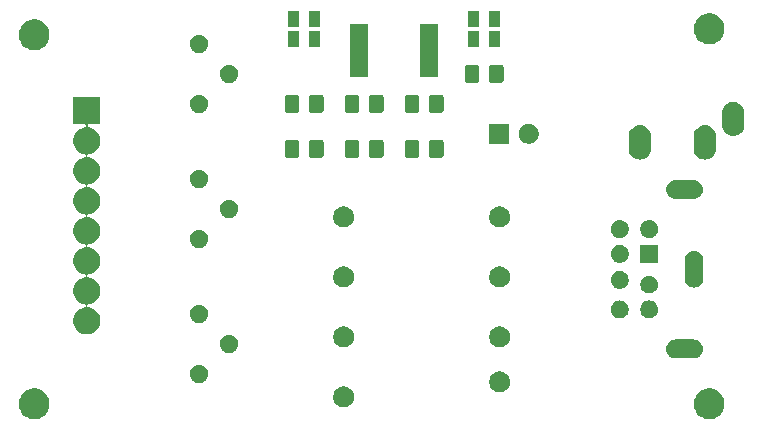
<source format=gbr>
G04 #@! TF.GenerationSoftware,KiCad,Pcbnew,(5.1.2)-2*
G04 #@! TF.CreationDate,2019-09-22T14:46:25+02:00*
G04 #@! TF.ProjectId,betsubetsu,62657473-7562-4657-9473-752e6b696361,rev?*
G04 #@! TF.SameCoordinates,Original*
G04 #@! TF.FileFunction,Soldermask,Top*
G04 #@! TF.FilePolarity,Negative*
%FSLAX46Y46*%
G04 Gerber Fmt 4.6, Leading zero omitted, Abs format (unit mm)*
G04 Created by KiCad (PCBNEW (5.1.2)-2) date 2019-09-22 14:46:25*
%MOMM*%
%LPD*%
G04 APERTURE LIST*
%ADD10C,0.100000*%
G04 APERTURE END LIST*
D10*
G36*
X105789487Y-109238996D02*
G01*
X106026253Y-109337068D01*
X106026255Y-109337069D01*
X106239339Y-109479447D01*
X106420553Y-109660661D01*
X106514981Y-109801982D01*
X106562932Y-109873747D01*
X106661004Y-110110513D01*
X106711000Y-110361861D01*
X106711000Y-110618139D01*
X106661004Y-110869487D01*
X106562932Y-111106253D01*
X106562931Y-111106255D01*
X106420553Y-111319339D01*
X106239339Y-111500553D01*
X106026255Y-111642931D01*
X106026254Y-111642932D01*
X106026253Y-111642932D01*
X105789487Y-111741004D01*
X105538139Y-111791000D01*
X105281861Y-111791000D01*
X105030513Y-111741004D01*
X104793747Y-111642932D01*
X104793746Y-111642932D01*
X104793745Y-111642931D01*
X104580661Y-111500553D01*
X104399447Y-111319339D01*
X104257069Y-111106255D01*
X104257068Y-111106253D01*
X104158996Y-110869487D01*
X104109000Y-110618139D01*
X104109000Y-110361861D01*
X104158996Y-110110513D01*
X104257068Y-109873747D01*
X104305020Y-109801982D01*
X104399447Y-109660661D01*
X104580661Y-109479447D01*
X104793745Y-109337069D01*
X104793747Y-109337068D01*
X105030513Y-109238996D01*
X105281861Y-109189000D01*
X105538139Y-109189000D01*
X105789487Y-109238996D01*
X105789487Y-109238996D01*
G37*
G36*
X48639487Y-109238996D02*
G01*
X48876253Y-109337068D01*
X48876255Y-109337069D01*
X49089339Y-109479447D01*
X49270553Y-109660661D01*
X49364981Y-109801982D01*
X49412932Y-109873747D01*
X49511004Y-110110513D01*
X49561000Y-110361861D01*
X49561000Y-110618139D01*
X49511004Y-110869487D01*
X49412932Y-111106253D01*
X49412931Y-111106255D01*
X49270553Y-111319339D01*
X49089339Y-111500553D01*
X48876255Y-111642931D01*
X48876254Y-111642932D01*
X48876253Y-111642932D01*
X48639487Y-111741004D01*
X48388139Y-111791000D01*
X48131861Y-111791000D01*
X47880513Y-111741004D01*
X47643747Y-111642932D01*
X47643746Y-111642932D01*
X47643745Y-111642931D01*
X47430661Y-111500553D01*
X47249447Y-111319339D01*
X47107069Y-111106255D01*
X47107068Y-111106253D01*
X47008996Y-110869487D01*
X46959000Y-110618139D01*
X46959000Y-110361861D01*
X47008996Y-110110513D01*
X47107068Y-109873747D01*
X47155020Y-109801982D01*
X47249447Y-109660661D01*
X47430661Y-109479447D01*
X47643745Y-109337069D01*
X47643747Y-109337068D01*
X47880513Y-109238996D01*
X48131861Y-109189000D01*
X48388139Y-109189000D01*
X48639487Y-109238996D01*
X48639487Y-109238996D01*
G37*
G36*
X74656811Y-109028136D02*
G01*
X74713708Y-109039453D01*
X74874495Y-109106053D01*
X74874497Y-109106054D01*
X75019197Y-109202739D01*
X75142263Y-109325805D01*
X75237641Y-109468549D01*
X75238949Y-109470507D01*
X75305549Y-109631294D01*
X75339501Y-109801984D01*
X75339501Y-109976018D01*
X75312749Y-110110513D01*
X75305549Y-110146707D01*
X75238948Y-110307497D01*
X75142263Y-110452197D01*
X75019197Y-110575263D01*
X74874497Y-110671948D01*
X74874496Y-110671949D01*
X74874495Y-110671949D01*
X74713708Y-110738549D01*
X74656811Y-110749866D01*
X74543020Y-110772501D01*
X74368982Y-110772501D01*
X74255191Y-110749866D01*
X74198294Y-110738549D01*
X74037507Y-110671949D01*
X74037506Y-110671949D01*
X74037505Y-110671948D01*
X73892805Y-110575263D01*
X73769739Y-110452197D01*
X73673054Y-110307497D01*
X73606453Y-110146707D01*
X73599254Y-110110513D01*
X73572501Y-109976018D01*
X73572501Y-109801984D01*
X73606453Y-109631294D01*
X73673053Y-109470507D01*
X73674361Y-109468549D01*
X73769739Y-109325805D01*
X73892805Y-109202739D01*
X74037505Y-109106054D01*
X74037507Y-109106053D01*
X74198294Y-109039453D01*
X74255191Y-109028136D01*
X74368982Y-109005501D01*
X74543020Y-109005501D01*
X74656811Y-109028136D01*
X74656811Y-109028136D01*
G37*
G36*
X87864811Y-107758136D02*
G01*
X87921708Y-107769453D01*
X88082495Y-107836053D01*
X88082497Y-107836054D01*
X88227197Y-107932739D01*
X88350263Y-108055805D01*
X88446948Y-108200505D01*
X88446949Y-108200507D01*
X88494459Y-108315206D01*
X88513549Y-108361295D01*
X88547501Y-108531982D01*
X88547501Y-108706020D01*
X88513549Y-108876707D01*
X88446948Y-109037497D01*
X88350263Y-109182197D01*
X88227197Y-109305263D01*
X88082497Y-109401948D01*
X88082496Y-109401949D01*
X88082495Y-109401949D01*
X87921708Y-109468549D01*
X87911874Y-109470505D01*
X87751020Y-109502501D01*
X87576982Y-109502501D01*
X87416128Y-109470505D01*
X87406294Y-109468549D01*
X87245507Y-109401949D01*
X87245506Y-109401949D01*
X87245505Y-109401948D01*
X87100805Y-109305263D01*
X86977739Y-109182197D01*
X86881054Y-109037497D01*
X86814453Y-108876707D01*
X86780501Y-108706020D01*
X86780501Y-108531982D01*
X86814453Y-108361295D01*
X86833544Y-108315206D01*
X86881053Y-108200507D01*
X86881054Y-108200505D01*
X86977739Y-108055805D01*
X87100805Y-107932739D01*
X87245505Y-107836054D01*
X87245507Y-107836053D01*
X87406294Y-107769453D01*
X87463191Y-107758136D01*
X87576982Y-107735501D01*
X87751020Y-107735501D01*
X87864811Y-107758136D01*
X87864811Y-107758136D01*
G37*
G36*
X62355589Y-107188876D02*
G01*
X62454893Y-107208629D01*
X62595206Y-107266748D01*
X62721484Y-107351125D01*
X62828875Y-107458516D01*
X62913252Y-107584794D01*
X62971371Y-107725107D01*
X63001000Y-107874063D01*
X63001000Y-108025937D01*
X62971371Y-108174893D01*
X62913252Y-108315206D01*
X62828875Y-108441484D01*
X62721484Y-108548875D01*
X62595206Y-108633252D01*
X62454893Y-108691371D01*
X62381257Y-108706018D01*
X62305938Y-108721000D01*
X62154062Y-108721000D01*
X62078743Y-108706018D01*
X62005107Y-108691371D01*
X61864794Y-108633252D01*
X61738516Y-108548875D01*
X61631125Y-108441484D01*
X61546748Y-108315206D01*
X61488629Y-108174893D01*
X61459000Y-108025937D01*
X61459000Y-107874063D01*
X61488629Y-107725107D01*
X61546748Y-107584794D01*
X61631125Y-107458516D01*
X61738516Y-107351125D01*
X61864794Y-107266748D01*
X62005107Y-107208629D01*
X62104411Y-107188876D01*
X62154062Y-107179000D01*
X62305938Y-107179000D01*
X62355589Y-107188876D01*
X62355589Y-107188876D01*
G37*
G36*
X104158571Y-105042863D02*
G01*
X104237023Y-105050590D01*
X104337682Y-105081125D01*
X104388013Y-105096392D01*
X104527165Y-105170771D01*
X104649133Y-105270867D01*
X104749229Y-105392835D01*
X104823608Y-105531987D01*
X104823608Y-105531988D01*
X104869410Y-105682977D01*
X104884875Y-105840000D01*
X104869410Y-105997023D01*
X104840219Y-106093252D01*
X104823608Y-106148013D01*
X104749229Y-106287165D01*
X104649133Y-106409133D01*
X104527165Y-106509229D01*
X104388013Y-106583608D01*
X104337682Y-106598875D01*
X104237023Y-106629410D01*
X104158571Y-106637137D01*
X104119346Y-106641000D01*
X102540654Y-106641000D01*
X102501429Y-106637137D01*
X102422977Y-106629410D01*
X102322318Y-106598875D01*
X102271987Y-106583608D01*
X102132835Y-106509229D01*
X102010867Y-106409133D01*
X101910771Y-106287165D01*
X101836392Y-106148013D01*
X101819781Y-106093252D01*
X101790590Y-105997023D01*
X101775125Y-105840000D01*
X101790590Y-105682977D01*
X101836392Y-105531988D01*
X101836392Y-105531987D01*
X101910771Y-105392835D01*
X102010867Y-105270867D01*
X102132835Y-105170771D01*
X102271987Y-105096392D01*
X102322318Y-105081125D01*
X102422977Y-105050590D01*
X102501429Y-105042863D01*
X102540654Y-105039000D01*
X104119346Y-105039000D01*
X104158571Y-105042863D01*
X104158571Y-105042863D01*
G37*
G36*
X64895589Y-104648876D02*
G01*
X64994893Y-104668629D01*
X65135206Y-104726748D01*
X65261484Y-104811125D01*
X65368875Y-104918516D01*
X65453252Y-105044794D01*
X65511371Y-105185107D01*
X65541000Y-105334063D01*
X65541000Y-105485937D01*
X65511371Y-105634893D01*
X65453252Y-105775206D01*
X65368875Y-105901484D01*
X65261484Y-106008875D01*
X65135206Y-106093252D01*
X64994893Y-106151371D01*
X64895589Y-106171124D01*
X64845938Y-106181000D01*
X64694062Y-106181000D01*
X64644411Y-106171124D01*
X64545107Y-106151371D01*
X64404794Y-106093252D01*
X64278516Y-106008875D01*
X64171125Y-105901484D01*
X64086748Y-105775206D01*
X64028629Y-105634893D01*
X63999000Y-105485937D01*
X63999000Y-105334063D01*
X64028629Y-105185107D01*
X64086748Y-105044794D01*
X64171125Y-104918516D01*
X64278516Y-104811125D01*
X64404794Y-104726748D01*
X64545107Y-104668629D01*
X64644411Y-104648876D01*
X64694062Y-104639000D01*
X64845938Y-104639000D01*
X64895589Y-104648876D01*
X64895589Y-104648876D01*
G37*
G36*
X87864811Y-103948136D02*
G01*
X87921708Y-103959453D01*
X88082495Y-104026053D01*
X88082497Y-104026054D01*
X88227197Y-104122739D01*
X88350263Y-104245805D01*
X88446948Y-104390505D01*
X88446949Y-104390507D01*
X88513549Y-104551294D01*
X88547501Y-104721984D01*
X88547501Y-104896018D01*
X88513549Y-105066708D01*
X88464506Y-105185109D01*
X88446948Y-105227497D01*
X88350263Y-105372197D01*
X88227197Y-105495263D01*
X88082497Y-105591948D01*
X88082496Y-105591949D01*
X88082495Y-105591949D01*
X87921708Y-105658549D01*
X87864811Y-105669866D01*
X87751020Y-105692501D01*
X87576982Y-105692501D01*
X87463191Y-105669866D01*
X87406294Y-105658549D01*
X87245507Y-105591949D01*
X87245506Y-105591949D01*
X87245505Y-105591948D01*
X87100805Y-105495263D01*
X86977739Y-105372197D01*
X86881054Y-105227497D01*
X86863496Y-105185109D01*
X86814453Y-105066708D01*
X86780501Y-104896018D01*
X86780501Y-104721984D01*
X86814453Y-104551294D01*
X86881053Y-104390507D01*
X86881054Y-104390505D01*
X86977739Y-104245805D01*
X87100805Y-104122739D01*
X87245505Y-104026054D01*
X87245507Y-104026053D01*
X87406294Y-103959453D01*
X87463191Y-103948136D01*
X87576982Y-103925501D01*
X87751020Y-103925501D01*
X87864811Y-103948136D01*
X87864811Y-103948136D01*
G37*
G36*
X74656811Y-103948136D02*
G01*
X74713708Y-103959453D01*
X74874495Y-104026053D01*
X74874497Y-104026054D01*
X75019197Y-104122739D01*
X75142263Y-104245805D01*
X75238948Y-104390505D01*
X75238949Y-104390507D01*
X75305549Y-104551294D01*
X75339501Y-104721984D01*
X75339501Y-104896018D01*
X75305549Y-105066708D01*
X75256506Y-105185109D01*
X75238948Y-105227497D01*
X75142263Y-105372197D01*
X75019197Y-105495263D01*
X74874497Y-105591948D01*
X74874496Y-105591949D01*
X74874495Y-105591949D01*
X74713708Y-105658549D01*
X74656811Y-105669866D01*
X74543020Y-105692501D01*
X74368982Y-105692501D01*
X74255191Y-105669866D01*
X74198294Y-105658549D01*
X74037507Y-105591949D01*
X74037506Y-105591949D01*
X74037505Y-105591948D01*
X73892805Y-105495263D01*
X73769739Y-105372197D01*
X73673054Y-105227497D01*
X73655496Y-105185109D01*
X73606453Y-105066708D01*
X73572501Y-104896018D01*
X73572501Y-104721984D01*
X73606453Y-104551294D01*
X73673053Y-104390507D01*
X73673054Y-104390505D01*
X73769739Y-104245805D01*
X73892805Y-104122739D01*
X74037505Y-104026054D01*
X74037507Y-104026053D01*
X74198294Y-103959453D01*
X74255191Y-103948136D01*
X74368982Y-103925501D01*
X74543020Y-103925501D01*
X74656811Y-103948136D01*
X74656811Y-103948136D01*
G37*
G36*
X53865359Y-86828167D02*
G01*
X52900352Y-86828167D01*
X52875966Y-86830569D01*
X52852517Y-86837682D01*
X52830906Y-86849233D01*
X52811964Y-86864778D01*
X52796419Y-86883720D01*
X52784868Y-86905331D01*
X52777755Y-86928780D01*
X52775353Y-86953166D01*
X52777755Y-86977552D01*
X52784868Y-87001001D01*
X52796419Y-87022612D01*
X52811964Y-87041554D01*
X52830906Y-87057099D01*
X52852517Y-87068650D01*
X52875967Y-87075763D01*
X53050093Y-87110399D01*
X53259562Y-87197164D01*
X53448079Y-87323127D01*
X53608399Y-87483447D01*
X53734362Y-87671964D01*
X53819800Y-87878229D01*
X53821127Y-87881434D01*
X53865359Y-88103802D01*
X53865359Y-88330532D01*
X53857891Y-88368075D01*
X53821127Y-88552901D01*
X53734362Y-88762370D01*
X53608399Y-88950887D01*
X53448079Y-89111207D01*
X53259562Y-89237170D01*
X53050093Y-89323935D01*
X52922520Y-89349311D01*
X52845807Y-89364570D01*
X52822358Y-89371683D01*
X52800747Y-89383234D01*
X52781805Y-89398779D01*
X52766260Y-89417721D01*
X52754709Y-89439332D01*
X52747596Y-89462781D01*
X52745194Y-89487167D01*
X52747596Y-89511553D01*
X52754709Y-89535002D01*
X52766260Y-89556613D01*
X52781805Y-89575555D01*
X52800747Y-89591100D01*
X52822358Y-89602651D01*
X52845807Y-89609764D01*
X52879842Y-89616534D01*
X53050093Y-89650399D01*
X53259562Y-89737164D01*
X53448079Y-89863127D01*
X53608399Y-90023447D01*
X53734362Y-90211964D01*
X53821127Y-90421433D01*
X53865359Y-90643803D01*
X53865359Y-90870531D01*
X53821127Y-91092901D01*
X53734362Y-91302370D01*
X53608399Y-91490887D01*
X53448079Y-91651207D01*
X53259562Y-91777170D01*
X53050093Y-91863935D01*
X52922520Y-91889311D01*
X52845807Y-91904570D01*
X52822358Y-91911683D01*
X52800747Y-91923234D01*
X52781805Y-91938779D01*
X52766260Y-91957721D01*
X52754709Y-91979332D01*
X52747596Y-92002781D01*
X52745194Y-92027167D01*
X52747596Y-92051553D01*
X52754709Y-92075002D01*
X52766260Y-92096613D01*
X52781805Y-92115555D01*
X52800747Y-92131100D01*
X52822358Y-92142651D01*
X52845807Y-92149764D01*
X52922520Y-92165023D01*
X53050093Y-92190399D01*
X53259562Y-92277164D01*
X53448079Y-92403127D01*
X53608399Y-92563447D01*
X53734362Y-92751964D01*
X53821127Y-92961433D01*
X53865359Y-93183803D01*
X53865359Y-93410531D01*
X53821127Y-93632901D01*
X53734362Y-93842370D01*
X53608399Y-94030887D01*
X53448079Y-94191207D01*
X53259562Y-94317170D01*
X53050093Y-94403935D01*
X52922520Y-94429311D01*
X52845807Y-94444570D01*
X52822358Y-94451683D01*
X52800747Y-94463234D01*
X52781805Y-94478779D01*
X52766260Y-94497721D01*
X52754709Y-94519332D01*
X52747596Y-94542781D01*
X52745194Y-94567167D01*
X52747596Y-94591553D01*
X52754709Y-94615002D01*
X52766260Y-94636613D01*
X52781805Y-94655555D01*
X52800747Y-94671100D01*
X52822358Y-94682651D01*
X52845807Y-94689764D01*
X52922520Y-94705023D01*
X53050093Y-94730399D01*
X53259562Y-94817164D01*
X53448079Y-94943127D01*
X53608399Y-95103447D01*
X53734362Y-95291964D01*
X53821127Y-95501433D01*
X53865359Y-95723803D01*
X53865359Y-95950531D01*
X53821127Y-96172901D01*
X53734362Y-96382370D01*
X53608399Y-96570887D01*
X53448079Y-96731207D01*
X53259562Y-96857170D01*
X53050093Y-96943935D01*
X52922520Y-96969311D01*
X52845807Y-96984570D01*
X52822358Y-96991683D01*
X52800747Y-97003234D01*
X52781805Y-97018779D01*
X52766260Y-97037721D01*
X52754709Y-97059332D01*
X52747596Y-97082781D01*
X52745194Y-97107167D01*
X52747596Y-97131553D01*
X52754709Y-97155002D01*
X52766260Y-97176613D01*
X52781805Y-97195555D01*
X52800747Y-97211100D01*
X52822358Y-97222651D01*
X52845807Y-97229764D01*
X52922520Y-97245023D01*
X53050093Y-97270399D01*
X53259562Y-97357164D01*
X53448079Y-97483127D01*
X53608399Y-97643447D01*
X53734362Y-97831964D01*
X53817215Y-98031988D01*
X53821127Y-98041434D01*
X53865359Y-98263802D01*
X53865359Y-98490532D01*
X53843243Y-98601716D01*
X53821127Y-98712901D01*
X53734362Y-98922370D01*
X53608399Y-99110887D01*
X53448079Y-99271207D01*
X53259562Y-99397170D01*
X53050093Y-99483935D01*
X52925510Y-99508716D01*
X52845807Y-99524570D01*
X52822358Y-99531683D01*
X52800747Y-99543234D01*
X52781805Y-99558779D01*
X52766260Y-99577721D01*
X52754709Y-99599332D01*
X52747596Y-99622781D01*
X52745194Y-99647167D01*
X52747596Y-99671553D01*
X52754709Y-99695002D01*
X52766260Y-99716613D01*
X52781805Y-99735555D01*
X52800747Y-99751100D01*
X52822358Y-99762651D01*
X52845807Y-99769764D01*
X52845862Y-99769775D01*
X53050093Y-99810399D01*
X53259562Y-99897164D01*
X53448079Y-100023127D01*
X53608399Y-100183447D01*
X53734362Y-100371964D01*
X53821127Y-100581433D01*
X53865359Y-100803803D01*
X53865359Y-101030531D01*
X53821127Y-101252901D01*
X53734362Y-101462370D01*
X53608399Y-101650887D01*
X53448079Y-101811207D01*
X53259562Y-101937170D01*
X53050093Y-102023935D01*
X52922520Y-102049311D01*
X52845807Y-102064570D01*
X52822358Y-102071683D01*
X52800747Y-102083234D01*
X52781805Y-102098779D01*
X52766260Y-102117721D01*
X52754709Y-102139332D01*
X52747596Y-102162781D01*
X52745194Y-102187167D01*
X52747596Y-102211553D01*
X52754709Y-102235002D01*
X52766260Y-102256613D01*
X52781805Y-102275555D01*
X52800747Y-102291100D01*
X52822358Y-102302651D01*
X52845807Y-102309764D01*
X52922520Y-102325023D01*
X53050093Y-102350399D01*
X53259562Y-102437164D01*
X53448079Y-102563127D01*
X53608399Y-102723447D01*
X53734362Y-102911964D01*
X53810134Y-103094893D01*
X53821127Y-103121434D01*
X53865359Y-103343802D01*
X53865359Y-103570532D01*
X53851342Y-103641000D01*
X53821127Y-103792901D01*
X53734362Y-104002370D01*
X53608399Y-104190887D01*
X53448079Y-104351207D01*
X53259562Y-104477170D01*
X53050093Y-104563935D01*
X52938908Y-104586051D01*
X52827724Y-104608167D01*
X52600994Y-104608167D01*
X52489810Y-104586051D01*
X52378625Y-104563935D01*
X52169156Y-104477170D01*
X51980639Y-104351207D01*
X51820319Y-104190887D01*
X51694356Y-104002370D01*
X51607591Y-103792901D01*
X51577376Y-103641000D01*
X51563359Y-103570532D01*
X51563359Y-103343802D01*
X51607591Y-103121434D01*
X51618585Y-103094893D01*
X51694356Y-102911964D01*
X51820319Y-102723447D01*
X51980639Y-102563127D01*
X52169156Y-102437164D01*
X52378625Y-102350399D01*
X52506198Y-102325023D01*
X52582911Y-102309764D01*
X52606360Y-102302651D01*
X52627971Y-102291100D01*
X52646913Y-102275555D01*
X52662458Y-102256613D01*
X52674009Y-102235002D01*
X52681122Y-102211553D01*
X52683524Y-102187167D01*
X52681122Y-102162781D01*
X52674009Y-102139332D01*
X52662458Y-102117721D01*
X52646913Y-102098779D01*
X52627971Y-102083234D01*
X52606360Y-102071683D01*
X52582911Y-102064570D01*
X52506198Y-102049311D01*
X52378625Y-102023935D01*
X52169156Y-101937170D01*
X51980639Y-101811207D01*
X51820319Y-101650887D01*
X51694356Y-101462370D01*
X51607591Y-101252901D01*
X51563359Y-101030531D01*
X51563359Y-100803803D01*
X51607591Y-100581433D01*
X51694356Y-100371964D01*
X51820319Y-100183447D01*
X51980639Y-100023127D01*
X52169156Y-99897164D01*
X52378625Y-99810399D01*
X52582856Y-99769775D01*
X52582911Y-99769764D01*
X52606360Y-99762651D01*
X52627971Y-99751100D01*
X52646913Y-99735555D01*
X52662458Y-99716613D01*
X52674009Y-99695002D01*
X52681122Y-99671553D01*
X52683524Y-99647167D01*
X52681122Y-99622781D01*
X52674009Y-99599332D01*
X52662458Y-99577721D01*
X52646913Y-99558779D01*
X52627971Y-99543234D01*
X52606360Y-99531683D01*
X52582911Y-99524570D01*
X52503208Y-99508716D01*
X52378625Y-99483935D01*
X52169156Y-99397170D01*
X51980639Y-99271207D01*
X51820319Y-99110887D01*
X51694356Y-98922370D01*
X51607591Y-98712901D01*
X51585475Y-98601716D01*
X51563359Y-98490532D01*
X51563359Y-98263802D01*
X51607591Y-98041434D01*
X51611504Y-98031988D01*
X51694356Y-97831964D01*
X51820319Y-97643447D01*
X51980639Y-97483127D01*
X52169156Y-97357164D01*
X52378625Y-97270399D01*
X52506198Y-97245023D01*
X52582911Y-97229764D01*
X52606360Y-97222651D01*
X52627971Y-97211100D01*
X52646913Y-97195555D01*
X52662458Y-97176613D01*
X52674009Y-97155002D01*
X52681122Y-97131553D01*
X52683524Y-97107167D01*
X52681122Y-97082781D01*
X52674009Y-97059332D01*
X52662458Y-97037721D01*
X52646913Y-97018779D01*
X52627971Y-97003234D01*
X52606360Y-96991683D01*
X52582911Y-96984570D01*
X52506198Y-96969311D01*
X52378625Y-96943935D01*
X52169156Y-96857170D01*
X51980639Y-96731207D01*
X51820319Y-96570887D01*
X51694356Y-96382370D01*
X51607591Y-96172901D01*
X51563359Y-95950531D01*
X51563359Y-95723803D01*
X51607591Y-95501433D01*
X51694356Y-95291964D01*
X51820319Y-95103447D01*
X51980639Y-94943127D01*
X52169156Y-94817164D01*
X52378625Y-94730399D01*
X52506198Y-94705023D01*
X52582911Y-94689764D01*
X52606360Y-94682651D01*
X52627971Y-94671100D01*
X52646913Y-94655555D01*
X52662458Y-94636613D01*
X52674009Y-94615002D01*
X52681122Y-94591553D01*
X52683524Y-94567167D01*
X52681122Y-94542781D01*
X52674009Y-94519332D01*
X52662458Y-94497721D01*
X52646913Y-94478779D01*
X52627971Y-94463234D01*
X52606360Y-94451683D01*
X52582911Y-94444570D01*
X52506198Y-94429311D01*
X52378625Y-94403935D01*
X52169156Y-94317170D01*
X51980639Y-94191207D01*
X51820319Y-94030887D01*
X51694356Y-93842370D01*
X51607591Y-93632901D01*
X51563359Y-93410531D01*
X51563359Y-93183803D01*
X51607591Y-92961433D01*
X51694356Y-92751964D01*
X51820319Y-92563447D01*
X51980639Y-92403127D01*
X52169156Y-92277164D01*
X52378625Y-92190399D01*
X52506198Y-92165023D01*
X52582911Y-92149764D01*
X52606360Y-92142651D01*
X52627971Y-92131100D01*
X52646913Y-92115555D01*
X52662458Y-92096613D01*
X52674009Y-92075002D01*
X52681122Y-92051553D01*
X52683524Y-92027167D01*
X52681122Y-92002781D01*
X52674009Y-91979332D01*
X52662458Y-91957721D01*
X52646913Y-91938779D01*
X52627971Y-91923234D01*
X52606360Y-91911683D01*
X52582911Y-91904570D01*
X52506198Y-91889311D01*
X52378625Y-91863935D01*
X52169156Y-91777170D01*
X51980639Y-91651207D01*
X51820319Y-91490887D01*
X51694356Y-91302370D01*
X51607591Y-91092901D01*
X51563359Y-90870531D01*
X51563359Y-90643803D01*
X51607591Y-90421433D01*
X51694356Y-90211964D01*
X51820319Y-90023447D01*
X51980639Y-89863127D01*
X52169156Y-89737164D01*
X52378625Y-89650399D01*
X52548876Y-89616534D01*
X52582911Y-89609764D01*
X52606360Y-89602651D01*
X52627971Y-89591100D01*
X52646913Y-89575555D01*
X52662458Y-89556613D01*
X52674009Y-89535002D01*
X52681122Y-89511553D01*
X52683524Y-89487167D01*
X52681122Y-89462781D01*
X52674009Y-89439332D01*
X52662458Y-89417721D01*
X52646913Y-89398779D01*
X52627971Y-89383234D01*
X52606360Y-89371683D01*
X52582911Y-89364570D01*
X52506198Y-89349311D01*
X52378625Y-89323935D01*
X52169156Y-89237170D01*
X51980639Y-89111207D01*
X51820319Y-88950887D01*
X51694356Y-88762370D01*
X51607591Y-88552901D01*
X51570827Y-88368075D01*
X51563359Y-88330532D01*
X51563359Y-88103802D01*
X51607591Y-87881434D01*
X51608919Y-87878229D01*
X51694356Y-87671964D01*
X51820319Y-87483447D01*
X51980639Y-87323127D01*
X52169156Y-87197164D01*
X52378625Y-87110399D01*
X52552751Y-87075763D01*
X52576201Y-87068650D01*
X52597812Y-87057099D01*
X52616754Y-87041554D01*
X52632299Y-87022612D01*
X52643850Y-87001001D01*
X52650963Y-86977552D01*
X52653365Y-86953166D01*
X52650963Y-86928780D01*
X52643850Y-86905331D01*
X52632299Y-86883720D01*
X52616754Y-86864778D01*
X52597812Y-86849233D01*
X52576201Y-86837682D01*
X52552752Y-86830569D01*
X52528366Y-86828167D01*
X51563359Y-86828167D01*
X51563359Y-84526167D01*
X53865359Y-84526167D01*
X53865359Y-86828167D01*
X53865359Y-86828167D01*
G37*
G36*
X62355589Y-102108876D02*
G01*
X62454893Y-102128629D01*
X62595206Y-102186748D01*
X62721484Y-102271125D01*
X62828875Y-102378516D01*
X62913252Y-102504794D01*
X62971371Y-102645107D01*
X63001000Y-102794063D01*
X63001000Y-102945937D01*
X62971371Y-103094893D01*
X62913252Y-103235206D01*
X62828875Y-103361484D01*
X62721484Y-103468875D01*
X62595206Y-103553252D01*
X62454893Y-103611371D01*
X62355589Y-103631124D01*
X62305938Y-103641000D01*
X62154062Y-103641000D01*
X62104411Y-103631124D01*
X62005107Y-103611371D01*
X61864794Y-103553252D01*
X61738516Y-103468875D01*
X61631125Y-103361484D01*
X61546748Y-103235206D01*
X61488629Y-103094893D01*
X61459000Y-102945937D01*
X61459000Y-102794063D01*
X61488629Y-102645107D01*
X61546748Y-102504794D01*
X61631125Y-102378516D01*
X61738516Y-102271125D01*
X61864794Y-102186748D01*
X62005107Y-102128629D01*
X62104411Y-102108876D01*
X62154062Y-102099000D01*
X62305938Y-102099000D01*
X62355589Y-102108876D01*
X62355589Y-102108876D01*
G37*
G36*
X97977293Y-101749507D02*
G01*
X98050225Y-101764014D01*
X98107138Y-101787588D01*
X98187626Y-101820927D01*
X98311284Y-101903553D01*
X98416447Y-102008716D01*
X98499073Y-102132374D01*
X98521595Y-102186748D01*
X98555986Y-102269775D01*
X98557136Y-102275555D01*
X98585000Y-102415638D01*
X98585000Y-102564362D01*
X98555986Y-102710224D01*
X98499073Y-102847626D01*
X98416447Y-102971284D01*
X98311284Y-103076447D01*
X98187626Y-103159073D01*
X98107138Y-103192412D01*
X98050225Y-103215986D01*
X97977293Y-103230493D01*
X97904362Y-103245000D01*
X97755638Y-103245000D01*
X97682707Y-103230493D01*
X97609775Y-103215986D01*
X97552862Y-103192412D01*
X97472374Y-103159073D01*
X97348716Y-103076447D01*
X97243553Y-102971284D01*
X97160927Y-102847626D01*
X97104014Y-102710224D01*
X97075000Y-102564362D01*
X97075000Y-102415638D01*
X97102864Y-102275555D01*
X97104014Y-102269775D01*
X97138405Y-102186748D01*
X97160927Y-102132374D01*
X97243553Y-102008716D01*
X97348716Y-101903553D01*
X97472374Y-101820927D01*
X97552862Y-101787588D01*
X97609775Y-101764014D01*
X97682707Y-101749507D01*
X97755638Y-101735000D01*
X97904362Y-101735000D01*
X97977293Y-101749507D01*
X97977293Y-101749507D01*
G37*
G36*
X100477293Y-101749507D02*
G01*
X100550225Y-101764014D01*
X100607138Y-101787588D01*
X100687626Y-101820927D01*
X100811284Y-101903553D01*
X100916447Y-102008716D01*
X100999073Y-102132374D01*
X101021595Y-102186748D01*
X101055986Y-102269775D01*
X101057136Y-102275555D01*
X101085000Y-102415638D01*
X101085000Y-102564362D01*
X101055986Y-102710224D01*
X100999073Y-102847626D01*
X100916447Y-102971284D01*
X100811284Y-103076447D01*
X100687626Y-103159073D01*
X100607138Y-103192412D01*
X100550225Y-103215986D01*
X100477293Y-103230493D01*
X100404362Y-103245000D01*
X100255638Y-103245000D01*
X100182707Y-103230493D01*
X100109775Y-103215986D01*
X100052862Y-103192412D01*
X99972374Y-103159073D01*
X99848716Y-103076447D01*
X99743553Y-102971284D01*
X99660927Y-102847626D01*
X99604014Y-102710224D01*
X99575000Y-102564362D01*
X99575000Y-102415638D01*
X99602864Y-102275555D01*
X99604014Y-102269775D01*
X99638405Y-102186748D01*
X99660927Y-102132374D01*
X99743553Y-102008716D01*
X99848716Y-101903553D01*
X99972374Y-101820927D01*
X100052862Y-101787588D01*
X100109775Y-101764014D01*
X100182707Y-101749507D01*
X100255638Y-101735000D01*
X100404362Y-101735000D01*
X100477293Y-101749507D01*
X100477293Y-101749507D01*
G37*
G36*
X100465529Y-99647167D02*
G01*
X100550225Y-99664014D01*
X100607138Y-99687588D01*
X100687626Y-99720927D01*
X100811284Y-99803553D01*
X100916447Y-99908716D01*
X100999073Y-100032374D01*
X101032412Y-100112862D01*
X101055986Y-100169775D01*
X101058706Y-100183448D01*
X101085000Y-100315638D01*
X101085000Y-100464362D01*
X101055986Y-100610224D01*
X100999073Y-100747626D01*
X100916447Y-100871284D01*
X100811284Y-100976447D01*
X100687626Y-101059073D01*
X100607138Y-101092412D01*
X100550225Y-101115986D01*
X100477293Y-101130493D01*
X100404362Y-101145000D01*
X100255638Y-101145000D01*
X100182707Y-101130493D01*
X100109775Y-101115986D01*
X100052862Y-101092412D01*
X99972374Y-101059073D01*
X99848716Y-100976447D01*
X99743553Y-100871284D01*
X99660927Y-100747626D01*
X99604014Y-100610224D01*
X99575000Y-100464362D01*
X99575000Y-100315638D01*
X99601294Y-100183448D01*
X99604014Y-100169775D01*
X99627588Y-100112862D01*
X99660927Y-100032374D01*
X99743553Y-99908716D01*
X99848716Y-99803553D01*
X99972374Y-99720927D01*
X100052862Y-99687588D01*
X100109775Y-99664014D01*
X100194471Y-99647167D01*
X100255638Y-99635000D01*
X100404362Y-99635000D01*
X100465529Y-99647167D01*
X100465529Y-99647167D01*
G37*
G36*
X97977293Y-99249507D02*
G01*
X98050225Y-99264014D01*
X98067590Y-99271207D01*
X98187626Y-99320927D01*
X98311284Y-99403553D01*
X98416447Y-99508716D01*
X98499073Y-99632374D01*
X98515301Y-99671553D01*
X98555986Y-99769775D01*
X98565184Y-99816018D01*
X98585000Y-99915638D01*
X98585000Y-100064362D01*
X98555986Y-100210224D01*
X98499073Y-100347626D01*
X98416447Y-100471284D01*
X98311284Y-100576447D01*
X98187626Y-100659073D01*
X98107138Y-100692412D01*
X98050225Y-100715986D01*
X97977293Y-100730493D01*
X97904362Y-100745000D01*
X97755638Y-100745000D01*
X97682707Y-100730493D01*
X97609775Y-100715986D01*
X97552862Y-100692412D01*
X97472374Y-100659073D01*
X97348716Y-100576447D01*
X97243553Y-100471284D01*
X97160927Y-100347626D01*
X97104014Y-100210224D01*
X97075000Y-100064362D01*
X97075000Y-99915638D01*
X97094816Y-99816018D01*
X97104014Y-99769775D01*
X97144699Y-99671553D01*
X97160927Y-99632374D01*
X97243553Y-99508716D01*
X97348716Y-99403553D01*
X97472374Y-99320927D01*
X97592410Y-99271207D01*
X97609775Y-99264014D01*
X97682707Y-99249507D01*
X97755638Y-99235000D01*
X97904362Y-99235000D01*
X97977293Y-99249507D01*
X97977293Y-99249507D01*
G37*
G36*
X104287022Y-97550590D02*
G01*
X104387681Y-97581125D01*
X104438012Y-97596392D01*
X104577164Y-97670771D01*
X104699133Y-97770867D01*
X104749275Y-97831966D01*
X104799229Y-97892835D01*
X104873608Y-98031987D01*
X104888875Y-98082318D01*
X104919410Y-98182977D01*
X104931000Y-98300655D01*
X104931000Y-99879345D01*
X104919410Y-99997023D01*
X104908686Y-100032374D01*
X104873608Y-100148013D01*
X104799229Y-100287165D01*
X104699133Y-100409133D01*
X104577165Y-100509229D01*
X104438013Y-100583608D01*
X104387682Y-100598875D01*
X104287023Y-100629410D01*
X104130000Y-100644875D01*
X103972978Y-100629410D01*
X103872319Y-100598875D01*
X103821988Y-100583608D01*
X103682836Y-100509229D01*
X103560868Y-100409133D01*
X103460772Y-100287165D01*
X103386393Y-100148013D01*
X103351315Y-100032374D01*
X103340591Y-99997023D01*
X103329001Y-99879345D01*
X103329000Y-98300656D01*
X103340590Y-98182978D01*
X103386392Y-98031989D01*
X103386392Y-98031988D01*
X103460771Y-97892836D01*
X103484140Y-97864361D01*
X103560867Y-97770867D01*
X103682835Y-97670771D01*
X103821987Y-97596392D01*
X103872318Y-97581125D01*
X103972977Y-97550590D01*
X104130000Y-97535125D01*
X104287022Y-97550590D01*
X104287022Y-97550590D01*
G37*
G36*
X87864811Y-98868136D02*
G01*
X87921708Y-98879453D01*
X88082495Y-98946053D01*
X88082497Y-98946054D01*
X88227197Y-99042739D01*
X88350263Y-99165805D01*
X88446948Y-99310505D01*
X88446949Y-99310507D01*
X88451266Y-99320928D01*
X88513549Y-99471295D01*
X88547501Y-99641982D01*
X88547501Y-99816020D01*
X88531360Y-99897164D01*
X88513549Y-99986708D01*
X88446949Y-100147495D01*
X88446948Y-100147497D01*
X88350263Y-100292197D01*
X88227197Y-100415263D01*
X88082497Y-100511948D01*
X88082496Y-100511949D01*
X88082495Y-100511949D01*
X87921708Y-100578549D01*
X87896274Y-100583608D01*
X87751020Y-100612501D01*
X87576982Y-100612501D01*
X87431728Y-100583608D01*
X87406294Y-100578549D01*
X87245507Y-100511949D01*
X87245506Y-100511949D01*
X87245505Y-100511948D01*
X87100805Y-100415263D01*
X86977739Y-100292197D01*
X86881054Y-100147497D01*
X86881053Y-100147495D01*
X86814453Y-99986708D01*
X86796642Y-99897164D01*
X86780501Y-99816020D01*
X86780501Y-99641982D01*
X86814453Y-99471295D01*
X86876737Y-99320928D01*
X86881053Y-99310507D01*
X86881054Y-99310505D01*
X86977739Y-99165805D01*
X87100805Y-99042739D01*
X87245505Y-98946054D01*
X87245507Y-98946053D01*
X87406294Y-98879453D01*
X87463191Y-98868136D01*
X87576982Y-98845501D01*
X87751020Y-98845501D01*
X87864811Y-98868136D01*
X87864811Y-98868136D01*
G37*
G36*
X74656811Y-98868136D02*
G01*
X74713708Y-98879453D01*
X74874495Y-98946053D01*
X74874497Y-98946054D01*
X75019197Y-99042739D01*
X75142263Y-99165805D01*
X75238948Y-99310505D01*
X75238949Y-99310507D01*
X75243266Y-99320928D01*
X75305549Y-99471295D01*
X75339501Y-99641982D01*
X75339501Y-99816020D01*
X75323360Y-99897164D01*
X75305549Y-99986708D01*
X75238949Y-100147495D01*
X75238948Y-100147497D01*
X75142263Y-100292197D01*
X75019197Y-100415263D01*
X74874497Y-100511948D01*
X74874496Y-100511949D01*
X74874495Y-100511949D01*
X74713708Y-100578549D01*
X74688274Y-100583608D01*
X74543020Y-100612501D01*
X74368982Y-100612501D01*
X74223728Y-100583608D01*
X74198294Y-100578549D01*
X74037507Y-100511949D01*
X74037506Y-100511949D01*
X74037505Y-100511948D01*
X73892805Y-100415263D01*
X73769739Y-100292197D01*
X73673054Y-100147497D01*
X73673053Y-100147495D01*
X73606453Y-99986708D01*
X73588642Y-99897164D01*
X73572501Y-99816020D01*
X73572501Y-99641982D01*
X73606453Y-99471295D01*
X73668737Y-99320928D01*
X73673053Y-99310507D01*
X73673054Y-99310505D01*
X73769739Y-99165805D01*
X73892805Y-99042739D01*
X74037505Y-98946054D01*
X74037507Y-98946053D01*
X74198294Y-98879453D01*
X74255191Y-98868136D01*
X74368982Y-98845501D01*
X74543020Y-98845501D01*
X74656811Y-98868136D01*
X74656811Y-98868136D01*
G37*
G36*
X97977293Y-97049507D02*
G01*
X98050225Y-97064014D01*
X98095532Y-97082781D01*
X98187626Y-97120927D01*
X98311284Y-97203553D01*
X98416447Y-97308716D01*
X98499073Y-97432374D01*
X98555986Y-97569776D01*
X98585000Y-97715638D01*
X98585000Y-97864362D01*
X98555986Y-98010224D01*
X98499073Y-98147626D01*
X98416447Y-98271284D01*
X98311284Y-98376447D01*
X98187626Y-98459073D01*
X98111679Y-98490531D01*
X98050225Y-98515986D01*
X97977293Y-98530493D01*
X97904362Y-98545000D01*
X97755638Y-98545000D01*
X97682707Y-98530493D01*
X97609775Y-98515986D01*
X97548321Y-98490531D01*
X97472374Y-98459073D01*
X97348716Y-98376447D01*
X97243553Y-98271284D01*
X97160927Y-98147626D01*
X97104014Y-98010224D01*
X97075000Y-97864362D01*
X97075000Y-97715638D01*
X97104014Y-97569776D01*
X97160927Y-97432374D01*
X97243553Y-97308716D01*
X97348716Y-97203553D01*
X97472374Y-97120927D01*
X97564468Y-97082781D01*
X97609775Y-97064014D01*
X97682707Y-97049507D01*
X97755638Y-97035000D01*
X97904362Y-97035000D01*
X97977293Y-97049507D01*
X97977293Y-97049507D01*
G37*
G36*
X101085000Y-98545000D02*
G01*
X99575000Y-98545000D01*
X99575000Y-97035000D01*
X101085000Y-97035000D01*
X101085000Y-98545000D01*
X101085000Y-98545000D01*
G37*
G36*
X62355589Y-95758876D02*
G01*
X62454893Y-95778629D01*
X62595206Y-95836748D01*
X62721484Y-95921125D01*
X62828875Y-96028516D01*
X62913252Y-96154794D01*
X62971371Y-96295107D01*
X63001000Y-96444063D01*
X63001000Y-96595937D01*
X62971371Y-96744893D01*
X62913252Y-96885206D01*
X62828875Y-97011484D01*
X62721484Y-97118875D01*
X62595206Y-97203252D01*
X62454893Y-97261371D01*
X62355589Y-97281124D01*
X62305938Y-97291000D01*
X62154062Y-97291000D01*
X62104411Y-97281124D01*
X62005107Y-97261371D01*
X61864794Y-97203252D01*
X61738516Y-97118875D01*
X61631125Y-97011484D01*
X61546748Y-96885206D01*
X61488629Y-96744893D01*
X61459000Y-96595937D01*
X61459000Y-96444063D01*
X61488629Y-96295107D01*
X61546748Y-96154794D01*
X61631125Y-96028516D01*
X61738516Y-95921125D01*
X61864794Y-95836748D01*
X62005107Y-95778629D01*
X62104411Y-95758876D01*
X62154062Y-95749000D01*
X62305938Y-95749000D01*
X62355589Y-95758876D01*
X62355589Y-95758876D01*
G37*
G36*
X100477293Y-94949507D02*
G01*
X100550225Y-94964014D01*
X100607138Y-94987588D01*
X100687626Y-95020927D01*
X100811284Y-95103553D01*
X100916447Y-95208716D01*
X100999073Y-95332374D01*
X101055986Y-95469776D01*
X101085000Y-95615638D01*
X101085000Y-95764362D01*
X101055986Y-95910224D01*
X100999073Y-96047626D01*
X100916447Y-96171284D01*
X100811284Y-96276447D01*
X100687626Y-96359073D01*
X100631386Y-96382368D01*
X100550225Y-96415986D01*
X100477293Y-96430493D01*
X100404362Y-96445000D01*
X100255638Y-96445000D01*
X100182707Y-96430493D01*
X100109775Y-96415986D01*
X100028614Y-96382368D01*
X99972374Y-96359073D01*
X99848716Y-96276447D01*
X99743553Y-96171284D01*
X99660927Y-96047626D01*
X99604014Y-95910224D01*
X99575000Y-95764362D01*
X99575000Y-95615638D01*
X99604014Y-95469776D01*
X99660927Y-95332374D01*
X99743553Y-95208716D01*
X99848716Y-95103553D01*
X99972374Y-95020927D01*
X100052862Y-94987588D01*
X100109775Y-94964014D01*
X100182707Y-94949507D01*
X100255638Y-94935000D01*
X100404362Y-94935000D01*
X100477293Y-94949507D01*
X100477293Y-94949507D01*
G37*
G36*
X97977293Y-94949507D02*
G01*
X98050225Y-94964014D01*
X98107138Y-94987588D01*
X98187626Y-95020927D01*
X98311284Y-95103553D01*
X98416447Y-95208716D01*
X98499073Y-95332374D01*
X98555986Y-95469776D01*
X98585000Y-95615638D01*
X98585000Y-95764362D01*
X98555986Y-95910224D01*
X98499073Y-96047626D01*
X98416447Y-96171284D01*
X98311284Y-96276447D01*
X98187626Y-96359073D01*
X98131386Y-96382368D01*
X98050225Y-96415986D01*
X97977293Y-96430493D01*
X97904362Y-96445000D01*
X97755638Y-96445000D01*
X97682707Y-96430493D01*
X97609775Y-96415986D01*
X97528614Y-96382368D01*
X97472374Y-96359073D01*
X97348716Y-96276447D01*
X97243553Y-96171284D01*
X97160927Y-96047626D01*
X97104014Y-95910224D01*
X97075000Y-95764362D01*
X97075000Y-95615638D01*
X97104014Y-95469776D01*
X97160927Y-95332374D01*
X97243553Y-95208716D01*
X97348716Y-95103553D01*
X97472374Y-95020927D01*
X97552862Y-94987588D01*
X97609775Y-94964014D01*
X97682707Y-94949507D01*
X97755638Y-94935000D01*
X97904362Y-94935000D01*
X97977293Y-94949507D01*
X97977293Y-94949507D01*
G37*
G36*
X74656811Y-93788136D02*
G01*
X74713708Y-93799453D01*
X74874495Y-93866053D01*
X74874497Y-93866054D01*
X75019197Y-93962739D01*
X75142263Y-94085805D01*
X75238948Y-94230505D01*
X75238949Y-94230507D01*
X75286459Y-94345206D01*
X75305549Y-94391295D01*
X75339501Y-94561982D01*
X75339501Y-94736020D01*
X75323360Y-94817164D01*
X75305549Y-94906708D01*
X75238949Y-95067495D01*
X75238948Y-95067497D01*
X75142263Y-95212197D01*
X75019197Y-95335263D01*
X74874497Y-95431948D01*
X74874496Y-95431949D01*
X74874495Y-95431949D01*
X74713708Y-95498549D01*
X74656811Y-95509866D01*
X74543020Y-95532501D01*
X74368982Y-95532501D01*
X74255191Y-95509866D01*
X74198294Y-95498549D01*
X74037507Y-95431949D01*
X74037506Y-95431949D01*
X74037505Y-95431948D01*
X73892805Y-95335263D01*
X73769739Y-95212197D01*
X73673054Y-95067497D01*
X73673053Y-95067495D01*
X73606453Y-94906708D01*
X73588642Y-94817164D01*
X73572501Y-94736020D01*
X73572501Y-94561982D01*
X73606453Y-94391295D01*
X73625544Y-94345206D01*
X73673053Y-94230507D01*
X73673054Y-94230505D01*
X73769739Y-94085805D01*
X73892805Y-93962739D01*
X74037505Y-93866054D01*
X74037507Y-93866053D01*
X74198294Y-93799453D01*
X74255191Y-93788136D01*
X74368982Y-93765501D01*
X74543020Y-93765501D01*
X74656811Y-93788136D01*
X74656811Y-93788136D01*
G37*
G36*
X87864811Y-93788136D02*
G01*
X87921708Y-93799453D01*
X88082495Y-93866053D01*
X88082497Y-93866054D01*
X88227197Y-93962739D01*
X88350263Y-94085805D01*
X88446948Y-94230505D01*
X88446949Y-94230507D01*
X88494459Y-94345206D01*
X88513549Y-94391295D01*
X88547501Y-94561982D01*
X88547501Y-94736020D01*
X88531360Y-94817164D01*
X88513549Y-94906708D01*
X88446949Y-95067495D01*
X88446948Y-95067497D01*
X88350263Y-95212197D01*
X88227197Y-95335263D01*
X88082497Y-95431948D01*
X88082496Y-95431949D01*
X88082495Y-95431949D01*
X87921708Y-95498549D01*
X87864811Y-95509866D01*
X87751020Y-95532501D01*
X87576982Y-95532501D01*
X87463191Y-95509866D01*
X87406294Y-95498549D01*
X87245507Y-95431949D01*
X87245506Y-95431949D01*
X87245505Y-95431948D01*
X87100805Y-95335263D01*
X86977739Y-95212197D01*
X86881054Y-95067497D01*
X86881053Y-95067495D01*
X86814453Y-94906708D01*
X86796642Y-94817164D01*
X86780501Y-94736020D01*
X86780501Y-94561982D01*
X86814453Y-94391295D01*
X86833544Y-94345206D01*
X86881053Y-94230507D01*
X86881054Y-94230505D01*
X86977739Y-94085805D01*
X87100805Y-93962739D01*
X87245505Y-93866054D01*
X87245507Y-93866053D01*
X87406294Y-93799453D01*
X87463191Y-93788136D01*
X87576982Y-93765501D01*
X87751020Y-93765501D01*
X87864811Y-93788136D01*
X87864811Y-93788136D01*
G37*
G36*
X64895589Y-93218876D02*
G01*
X64994893Y-93238629D01*
X65135206Y-93296748D01*
X65261484Y-93381125D01*
X65368875Y-93488516D01*
X65453252Y-93614794D01*
X65511371Y-93755107D01*
X65541000Y-93904063D01*
X65541000Y-94055937D01*
X65511371Y-94204893D01*
X65453252Y-94345206D01*
X65368875Y-94471484D01*
X65261484Y-94578875D01*
X65135206Y-94663252D01*
X64994893Y-94721371D01*
X64921257Y-94736018D01*
X64845938Y-94751000D01*
X64694062Y-94751000D01*
X64618743Y-94736018D01*
X64545107Y-94721371D01*
X64404794Y-94663252D01*
X64278516Y-94578875D01*
X64171125Y-94471484D01*
X64086748Y-94345206D01*
X64028629Y-94204893D01*
X63999000Y-94055937D01*
X63999000Y-93904063D01*
X64028629Y-93755107D01*
X64086748Y-93614794D01*
X64171125Y-93488516D01*
X64278516Y-93381125D01*
X64404794Y-93296748D01*
X64545107Y-93238629D01*
X64644411Y-93218876D01*
X64694062Y-93209000D01*
X64845938Y-93209000D01*
X64895589Y-93218876D01*
X64895589Y-93218876D01*
G37*
G36*
X104158571Y-91542863D02*
G01*
X104237023Y-91550590D01*
X104337682Y-91581125D01*
X104388013Y-91596392D01*
X104527165Y-91670771D01*
X104649133Y-91770867D01*
X104749229Y-91892835D01*
X104823608Y-92031987D01*
X104823608Y-92031988D01*
X104869410Y-92182977D01*
X104884875Y-92340000D01*
X104869410Y-92497023D01*
X104849260Y-92563448D01*
X104823608Y-92648013D01*
X104749229Y-92787165D01*
X104649133Y-92909133D01*
X104527165Y-93009229D01*
X104388013Y-93083608D01*
X104337682Y-93098875D01*
X104237023Y-93129410D01*
X104158571Y-93137137D01*
X104119346Y-93141000D01*
X102540654Y-93141000D01*
X102501429Y-93137137D01*
X102422977Y-93129410D01*
X102322318Y-93098875D01*
X102271987Y-93083608D01*
X102132835Y-93009229D01*
X102010867Y-92909133D01*
X101910771Y-92787165D01*
X101836392Y-92648013D01*
X101810740Y-92563448D01*
X101790590Y-92497023D01*
X101775125Y-92340000D01*
X101790590Y-92182977D01*
X101836392Y-92031988D01*
X101836392Y-92031987D01*
X101910771Y-91892835D01*
X102010867Y-91770867D01*
X102132835Y-91670771D01*
X102271987Y-91596392D01*
X102322318Y-91581125D01*
X102422977Y-91550590D01*
X102501429Y-91542863D01*
X102540654Y-91539000D01*
X104119346Y-91539000D01*
X104158571Y-91542863D01*
X104158571Y-91542863D01*
G37*
G36*
X62355589Y-90678876D02*
G01*
X62454893Y-90698629D01*
X62595206Y-90756748D01*
X62721484Y-90841125D01*
X62828875Y-90948516D01*
X62913252Y-91074794D01*
X62971371Y-91215107D01*
X63001000Y-91364063D01*
X63001000Y-91515937D01*
X62971371Y-91664893D01*
X62913252Y-91805206D01*
X62828875Y-91931484D01*
X62721484Y-92038875D01*
X62595206Y-92123252D01*
X62454893Y-92181371D01*
X62355589Y-92201124D01*
X62305938Y-92211000D01*
X62154062Y-92211000D01*
X62104411Y-92201124D01*
X62005107Y-92181371D01*
X61864794Y-92123252D01*
X61738516Y-92038875D01*
X61631125Y-91931484D01*
X61546748Y-91805206D01*
X61488629Y-91664893D01*
X61459000Y-91515937D01*
X61459000Y-91364063D01*
X61488629Y-91215107D01*
X61546748Y-91074794D01*
X61631125Y-90948516D01*
X61738516Y-90841125D01*
X61864794Y-90756748D01*
X62005107Y-90698629D01*
X62104411Y-90678876D01*
X62154062Y-90669000D01*
X62305938Y-90669000D01*
X62355589Y-90678876D01*
X62355589Y-90678876D01*
G37*
G36*
X105228425Y-86922760D02*
G01*
X105228428Y-86922761D01*
X105228429Y-86922761D01*
X105407693Y-86977140D01*
X105407696Y-86977142D01*
X105407697Y-86977142D01*
X105572903Y-87065446D01*
X105717712Y-87184288D01*
X105836554Y-87329097D01*
X105919055Y-87483447D01*
X105924860Y-87494307D01*
X105979239Y-87673571D01*
X105979240Y-87673575D01*
X105993000Y-87813282D01*
X105993000Y-88906718D01*
X105979240Y-89046425D01*
X105979239Y-89046428D01*
X105979239Y-89046429D01*
X105924860Y-89225693D01*
X105924858Y-89225696D01*
X105924858Y-89225697D01*
X105836554Y-89390903D01*
X105717712Y-89535712D01*
X105572903Y-89654554D01*
X105407696Y-89742858D01*
X105407692Y-89742860D01*
X105228428Y-89797239D01*
X105228427Y-89797239D01*
X105228424Y-89797240D01*
X105042000Y-89815601D01*
X104855575Y-89797240D01*
X104855572Y-89797239D01*
X104855571Y-89797239D01*
X104676307Y-89742860D01*
X104676303Y-89742858D01*
X104511097Y-89654554D01*
X104366288Y-89535712D01*
X104247446Y-89390903D01*
X104159142Y-89225696D01*
X104159141Y-89225693D01*
X104159140Y-89225692D01*
X104104761Y-89046428D01*
X104104761Y-89046427D01*
X104104760Y-89046424D01*
X104091000Y-88906717D01*
X104091000Y-87813282D01*
X104104760Y-87673570D01*
X104159140Y-87494308D01*
X104247447Y-87329097D01*
X104366289Y-87184288D01*
X104511098Y-87065446D01*
X104676304Y-86977142D01*
X104676305Y-86977142D01*
X104676308Y-86977140D01*
X104855572Y-86922761D01*
X104855573Y-86922761D01*
X104855576Y-86922760D01*
X105042000Y-86904399D01*
X105228425Y-86922760D01*
X105228425Y-86922760D01*
G37*
G36*
X99728425Y-86922760D02*
G01*
X99728428Y-86922761D01*
X99728429Y-86922761D01*
X99907693Y-86977140D01*
X99907696Y-86977142D01*
X99907697Y-86977142D01*
X100072903Y-87065446D01*
X100217712Y-87184288D01*
X100336554Y-87329097D01*
X100419055Y-87483447D01*
X100424860Y-87494307D01*
X100479239Y-87673571D01*
X100479240Y-87673575D01*
X100493000Y-87813282D01*
X100493000Y-88906718D01*
X100479240Y-89046425D01*
X100479239Y-89046428D01*
X100479239Y-89046429D01*
X100424860Y-89225693D01*
X100424858Y-89225696D01*
X100424858Y-89225697D01*
X100336554Y-89390903D01*
X100217712Y-89535712D01*
X100072903Y-89654554D01*
X99907696Y-89742858D01*
X99907692Y-89742860D01*
X99728428Y-89797239D01*
X99728427Y-89797239D01*
X99728424Y-89797240D01*
X99542000Y-89815601D01*
X99355575Y-89797240D01*
X99355572Y-89797239D01*
X99355571Y-89797239D01*
X99176307Y-89742860D01*
X99176303Y-89742858D01*
X99011097Y-89654554D01*
X98866288Y-89535712D01*
X98747446Y-89390903D01*
X98659142Y-89225696D01*
X98659141Y-89225693D01*
X98659140Y-89225692D01*
X98604761Y-89046428D01*
X98604761Y-89046427D01*
X98604760Y-89046424D01*
X98591000Y-88906717D01*
X98591000Y-87813282D01*
X98604760Y-87673570D01*
X98659140Y-87494308D01*
X98747447Y-87329097D01*
X98866289Y-87184288D01*
X99011098Y-87065446D01*
X99176304Y-86977142D01*
X99176305Y-86977142D01*
X99176308Y-86977140D01*
X99355572Y-86922761D01*
X99355573Y-86922761D01*
X99355576Y-86922760D01*
X99542000Y-86904399D01*
X99728425Y-86922760D01*
X99728425Y-86922760D01*
G37*
G36*
X77688674Y-88153465D02*
G01*
X77726367Y-88164899D01*
X77761103Y-88183466D01*
X77791548Y-88208452D01*
X77816534Y-88238897D01*
X77835101Y-88273633D01*
X77846535Y-88311326D01*
X77851000Y-88356661D01*
X77851000Y-89443339D01*
X77846535Y-89488674D01*
X77835101Y-89526367D01*
X77816534Y-89561103D01*
X77791548Y-89591548D01*
X77761103Y-89616534D01*
X77726367Y-89635101D01*
X77688674Y-89646535D01*
X77643339Y-89651000D01*
X76806661Y-89651000D01*
X76761326Y-89646535D01*
X76723633Y-89635101D01*
X76688897Y-89616534D01*
X76658452Y-89591548D01*
X76633466Y-89561103D01*
X76614899Y-89526367D01*
X76603465Y-89488674D01*
X76599000Y-89443339D01*
X76599000Y-88356661D01*
X76603465Y-88311326D01*
X76614899Y-88273633D01*
X76633466Y-88238897D01*
X76658452Y-88208452D01*
X76688897Y-88183466D01*
X76723633Y-88164899D01*
X76761326Y-88153465D01*
X76806661Y-88149000D01*
X77643339Y-88149000D01*
X77688674Y-88153465D01*
X77688674Y-88153465D01*
G37*
G36*
X72608674Y-88153465D02*
G01*
X72646367Y-88164899D01*
X72681103Y-88183466D01*
X72711548Y-88208452D01*
X72736534Y-88238897D01*
X72755101Y-88273633D01*
X72766535Y-88311326D01*
X72771000Y-88356661D01*
X72771000Y-89443339D01*
X72766535Y-89488674D01*
X72755101Y-89526367D01*
X72736534Y-89561103D01*
X72711548Y-89591548D01*
X72681103Y-89616534D01*
X72646367Y-89635101D01*
X72608674Y-89646535D01*
X72563339Y-89651000D01*
X71726661Y-89651000D01*
X71681326Y-89646535D01*
X71643633Y-89635101D01*
X71608897Y-89616534D01*
X71578452Y-89591548D01*
X71553466Y-89561103D01*
X71534899Y-89526367D01*
X71523465Y-89488674D01*
X71519000Y-89443339D01*
X71519000Y-88356661D01*
X71523465Y-88311326D01*
X71534899Y-88273633D01*
X71553466Y-88238897D01*
X71578452Y-88208452D01*
X71608897Y-88183466D01*
X71643633Y-88164899D01*
X71681326Y-88153465D01*
X71726661Y-88149000D01*
X72563339Y-88149000D01*
X72608674Y-88153465D01*
X72608674Y-88153465D01*
G37*
G36*
X80718674Y-88153465D02*
G01*
X80756367Y-88164899D01*
X80791103Y-88183466D01*
X80821548Y-88208452D01*
X80846534Y-88238897D01*
X80865101Y-88273633D01*
X80876535Y-88311326D01*
X80881000Y-88356661D01*
X80881000Y-89443339D01*
X80876535Y-89488674D01*
X80865101Y-89526367D01*
X80846534Y-89561103D01*
X80821548Y-89591548D01*
X80791103Y-89616534D01*
X80756367Y-89635101D01*
X80718674Y-89646535D01*
X80673339Y-89651000D01*
X79836661Y-89651000D01*
X79791326Y-89646535D01*
X79753633Y-89635101D01*
X79718897Y-89616534D01*
X79688452Y-89591548D01*
X79663466Y-89561103D01*
X79644899Y-89526367D01*
X79633465Y-89488674D01*
X79629000Y-89443339D01*
X79629000Y-88356661D01*
X79633465Y-88311326D01*
X79644899Y-88273633D01*
X79663466Y-88238897D01*
X79688452Y-88208452D01*
X79718897Y-88183466D01*
X79753633Y-88164899D01*
X79791326Y-88153465D01*
X79836661Y-88149000D01*
X80673339Y-88149000D01*
X80718674Y-88153465D01*
X80718674Y-88153465D01*
G37*
G36*
X82768674Y-88153465D02*
G01*
X82806367Y-88164899D01*
X82841103Y-88183466D01*
X82871548Y-88208452D01*
X82896534Y-88238897D01*
X82915101Y-88273633D01*
X82926535Y-88311326D01*
X82931000Y-88356661D01*
X82931000Y-89443339D01*
X82926535Y-89488674D01*
X82915101Y-89526367D01*
X82896534Y-89561103D01*
X82871548Y-89591548D01*
X82841103Y-89616534D01*
X82806367Y-89635101D01*
X82768674Y-89646535D01*
X82723339Y-89651000D01*
X81886661Y-89651000D01*
X81841326Y-89646535D01*
X81803633Y-89635101D01*
X81768897Y-89616534D01*
X81738452Y-89591548D01*
X81713466Y-89561103D01*
X81694899Y-89526367D01*
X81683465Y-89488674D01*
X81679000Y-89443339D01*
X81679000Y-88356661D01*
X81683465Y-88311326D01*
X81694899Y-88273633D01*
X81713466Y-88238897D01*
X81738452Y-88208452D01*
X81768897Y-88183466D01*
X81803633Y-88164899D01*
X81841326Y-88153465D01*
X81886661Y-88149000D01*
X82723339Y-88149000D01*
X82768674Y-88153465D01*
X82768674Y-88153465D01*
G37*
G36*
X70558674Y-88153465D02*
G01*
X70596367Y-88164899D01*
X70631103Y-88183466D01*
X70661548Y-88208452D01*
X70686534Y-88238897D01*
X70705101Y-88273633D01*
X70716535Y-88311326D01*
X70721000Y-88356661D01*
X70721000Y-89443339D01*
X70716535Y-89488674D01*
X70705101Y-89526367D01*
X70686534Y-89561103D01*
X70661548Y-89591548D01*
X70631103Y-89616534D01*
X70596367Y-89635101D01*
X70558674Y-89646535D01*
X70513339Y-89651000D01*
X69676661Y-89651000D01*
X69631326Y-89646535D01*
X69593633Y-89635101D01*
X69558897Y-89616534D01*
X69528452Y-89591548D01*
X69503466Y-89561103D01*
X69484899Y-89526367D01*
X69473465Y-89488674D01*
X69469000Y-89443339D01*
X69469000Y-88356661D01*
X69473465Y-88311326D01*
X69484899Y-88273633D01*
X69503466Y-88238897D01*
X69528452Y-88208452D01*
X69558897Y-88183466D01*
X69593633Y-88164899D01*
X69631326Y-88153465D01*
X69676661Y-88149000D01*
X70513339Y-88149000D01*
X70558674Y-88153465D01*
X70558674Y-88153465D01*
G37*
G36*
X75638674Y-88153465D02*
G01*
X75676367Y-88164899D01*
X75711103Y-88183466D01*
X75741548Y-88208452D01*
X75766534Y-88238897D01*
X75785101Y-88273633D01*
X75796535Y-88311326D01*
X75801000Y-88356661D01*
X75801000Y-89443339D01*
X75796535Y-89488674D01*
X75785101Y-89526367D01*
X75766534Y-89561103D01*
X75741548Y-89591548D01*
X75711103Y-89616534D01*
X75676367Y-89635101D01*
X75638674Y-89646535D01*
X75593339Y-89651000D01*
X74756661Y-89651000D01*
X74711326Y-89646535D01*
X74673633Y-89635101D01*
X74638897Y-89616534D01*
X74608452Y-89591548D01*
X74583466Y-89561103D01*
X74564899Y-89526367D01*
X74553465Y-89488674D01*
X74549000Y-89443339D01*
X74549000Y-88356661D01*
X74553465Y-88311326D01*
X74564899Y-88273633D01*
X74583466Y-88238897D01*
X74608452Y-88208452D01*
X74638897Y-88183466D01*
X74673633Y-88164899D01*
X74711326Y-88153465D01*
X74756661Y-88149000D01*
X75593339Y-88149000D01*
X75638674Y-88153465D01*
X75638674Y-88153465D01*
G37*
G36*
X90378228Y-86811703D02*
G01*
X90533100Y-86875853D01*
X90672481Y-86968985D01*
X90791015Y-87087519D01*
X90884147Y-87226900D01*
X90948297Y-87381772D01*
X90981000Y-87546184D01*
X90981000Y-87713816D01*
X90948297Y-87878228D01*
X90884147Y-88033100D01*
X90791015Y-88172481D01*
X90672481Y-88291015D01*
X90533100Y-88384147D01*
X90378228Y-88448297D01*
X90213816Y-88481000D01*
X90046184Y-88481000D01*
X89881772Y-88448297D01*
X89726900Y-88384147D01*
X89587519Y-88291015D01*
X89468985Y-88172481D01*
X89375853Y-88033100D01*
X89311703Y-87878228D01*
X89279000Y-87713816D01*
X89279000Y-87546184D01*
X89311703Y-87381772D01*
X89375853Y-87226900D01*
X89468985Y-87087519D01*
X89587519Y-86968985D01*
X89726900Y-86875853D01*
X89881772Y-86811703D01*
X90046184Y-86779000D01*
X90213816Y-86779000D01*
X90378228Y-86811703D01*
X90378228Y-86811703D01*
G37*
G36*
X88481000Y-88481000D02*
G01*
X86779000Y-88481000D01*
X86779000Y-86779000D01*
X88481000Y-86779000D01*
X88481000Y-88481000D01*
X88481000Y-88481000D01*
G37*
G36*
X107628425Y-84922760D02*
G01*
X107628428Y-84922761D01*
X107628429Y-84922761D01*
X107807693Y-84977140D01*
X107807696Y-84977142D01*
X107807697Y-84977142D01*
X107972903Y-85065446D01*
X108117712Y-85184288D01*
X108236554Y-85329097D01*
X108303959Y-85455204D01*
X108324860Y-85494307D01*
X108379239Y-85673571D01*
X108379240Y-85673575D01*
X108393000Y-85813282D01*
X108393000Y-86906718D01*
X108379240Y-87046425D01*
X108379239Y-87046428D01*
X108379239Y-87046429D01*
X108324860Y-87225693D01*
X108324858Y-87225696D01*
X108324858Y-87225697D01*
X108236554Y-87390903D01*
X108117712Y-87535712D01*
X107972903Y-87654554D01*
X107862030Y-87713816D01*
X107807692Y-87742860D01*
X107628428Y-87797239D01*
X107628427Y-87797239D01*
X107628424Y-87797240D01*
X107442000Y-87815601D01*
X107255575Y-87797240D01*
X107255572Y-87797239D01*
X107255571Y-87797239D01*
X107076307Y-87742860D01*
X107076303Y-87742858D01*
X106911097Y-87654554D01*
X106766288Y-87535712D01*
X106647446Y-87390903D01*
X106559142Y-87225696D01*
X106559141Y-87225693D01*
X106559140Y-87225692D01*
X106504761Y-87046428D01*
X106504761Y-87046427D01*
X106504760Y-87046424D01*
X106491000Y-86906717D01*
X106491000Y-85813282D01*
X106504760Y-85673570D01*
X106559140Y-85494308D01*
X106647447Y-85329097D01*
X106766289Y-85184288D01*
X106911098Y-85065446D01*
X107076304Y-84977142D01*
X107076305Y-84977142D01*
X107076308Y-84977140D01*
X107255572Y-84922761D01*
X107255573Y-84922761D01*
X107255576Y-84922760D01*
X107442000Y-84904399D01*
X107628425Y-84922760D01*
X107628425Y-84922760D01*
G37*
G36*
X62355589Y-84328876D02*
G01*
X62454893Y-84348629D01*
X62595206Y-84406748D01*
X62721484Y-84491125D01*
X62828875Y-84598516D01*
X62913252Y-84724794D01*
X62971371Y-84865107D01*
X63001000Y-85014063D01*
X63001000Y-85165937D01*
X62971371Y-85314893D01*
X62913252Y-85455206D01*
X62828875Y-85581484D01*
X62721484Y-85688875D01*
X62595206Y-85773252D01*
X62454893Y-85831371D01*
X62355589Y-85851124D01*
X62305938Y-85861000D01*
X62154062Y-85861000D01*
X62104411Y-85851124D01*
X62005107Y-85831371D01*
X61864794Y-85773252D01*
X61738516Y-85688875D01*
X61631125Y-85581484D01*
X61546748Y-85455206D01*
X61488629Y-85314893D01*
X61459000Y-85165937D01*
X61459000Y-85014063D01*
X61488629Y-84865107D01*
X61546748Y-84724794D01*
X61631125Y-84598516D01*
X61738516Y-84491125D01*
X61864794Y-84406748D01*
X62005107Y-84348629D01*
X62104411Y-84328876D01*
X62154062Y-84319000D01*
X62305938Y-84319000D01*
X62355589Y-84328876D01*
X62355589Y-84328876D01*
G37*
G36*
X70558674Y-84343465D02*
G01*
X70596367Y-84354899D01*
X70631103Y-84373466D01*
X70661548Y-84398452D01*
X70686534Y-84428897D01*
X70705101Y-84463633D01*
X70716535Y-84501326D01*
X70721000Y-84546661D01*
X70721000Y-85633339D01*
X70716535Y-85678674D01*
X70705101Y-85716367D01*
X70686534Y-85751103D01*
X70661548Y-85781548D01*
X70631103Y-85806534D01*
X70596367Y-85825101D01*
X70558674Y-85836535D01*
X70513339Y-85841000D01*
X69676661Y-85841000D01*
X69631326Y-85836535D01*
X69593633Y-85825101D01*
X69558897Y-85806534D01*
X69528452Y-85781548D01*
X69503466Y-85751103D01*
X69484899Y-85716367D01*
X69473465Y-85678674D01*
X69469000Y-85633339D01*
X69469000Y-84546661D01*
X69473465Y-84501326D01*
X69484899Y-84463633D01*
X69503466Y-84428897D01*
X69528452Y-84398452D01*
X69558897Y-84373466D01*
X69593633Y-84354899D01*
X69631326Y-84343465D01*
X69676661Y-84339000D01*
X70513339Y-84339000D01*
X70558674Y-84343465D01*
X70558674Y-84343465D01*
G37*
G36*
X72608674Y-84343465D02*
G01*
X72646367Y-84354899D01*
X72681103Y-84373466D01*
X72711548Y-84398452D01*
X72736534Y-84428897D01*
X72755101Y-84463633D01*
X72766535Y-84501326D01*
X72771000Y-84546661D01*
X72771000Y-85633339D01*
X72766535Y-85678674D01*
X72755101Y-85716367D01*
X72736534Y-85751103D01*
X72711548Y-85781548D01*
X72681103Y-85806534D01*
X72646367Y-85825101D01*
X72608674Y-85836535D01*
X72563339Y-85841000D01*
X71726661Y-85841000D01*
X71681326Y-85836535D01*
X71643633Y-85825101D01*
X71608897Y-85806534D01*
X71578452Y-85781548D01*
X71553466Y-85751103D01*
X71534899Y-85716367D01*
X71523465Y-85678674D01*
X71519000Y-85633339D01*
X71519000Y-84546661D01*
X71523465Y-84501326D01*
X71534899Y-84463633D01*
X71553466Y-84428897D01*
X71578452Y-84398452D01*
X71608897Y-84373466D01*
X71643633Y-84354899D01*
X71681326Y-84343465D01*
X71726661Y-84339000D01*
X72563339Y-84339000D01*
X72608674Y-84343465D01*
X72608674Y-84343465D01*
G37*
G36*
X75638674Y-84343465D02*
G01*
X75676367Y-84354899D01*
X75711103Y-84373466D01*
X75741548Y-84398452D01*
X75766534Y-84428897D01*
X75785101Y-84463633D01*
X75796535Y-84501326D01*
X75801000Y-84546661D01*
X75801000Y-85633339D01*
X75796535Y-85678674D01*
X75785101Y-85716367D01*
X75766534Y-85751103D01*
X75741548Y-85781548D01*
X75711103Y-85806534D01*
X75676367Y-85825101D01*
X75638674Y-85836535D01*
X75593339Y-85841000D01*
X74756661Y-85841000D01*
X74711326Y-85836535D01*
X74673633Y-85825101D01*
X74638897Y-85806534D01*
X74608452Y-85781548D01*
X74583466Y-85751103D01*
X74564899Y-85716367D01*
X74553465Y-85678674D01*
X74549000Y-85633339D01*
X74549000Y-84546661D01*
X74553465Y-84501326D01*
X74564899Y-84463633D01*
X74583466Y-84428897D01*
X74608452Y-84398452D01*
X74638897Y-84373466D01*
X74673633Y-84354899D01*
X74711326Y-84343465D01*
X74756661Y-84339000D01*
X75593339Y-84339000D01*
X75638674Y-84343465D01*
X75638674Y-84343465D01*
G37*
G36*
X82768674Y-84343465D02*
G01*
X82806367Y-84354899D01*
X82841103Y-84373466D01*
X82871548Y-84398452D01*
X82896534Y-84428897D01*
X82915101Y-84463633D01*
X82926535Y-84501326D01*
X82931000Y-84546661D01*
X82931000Y-85633339D01*
X82926535Y-85678674D01*
X82915101Y-85716367D01*
X82896534Y-85751103D01*
X82871548Y-85781548D01*
X82841103Y-85806534D01*
X82806367Y-85825101D01*
X82768674Y-85836535D01*
X82723339Y-85841000D01*
X81886661Y-85841000D01*
X81841326Y-85836535D01*
X81803633Y-85825101D01*
X81768897Y-85806534D01*
X81738452Y-85781548D01*
X81713466Y-85751103D01*
X81694899Y-85716367D01*
X81683465Y-85678674D01*
X81679000Y-85633339D01*
X81679000Y-84546661D01*
X81683465Y-84501326D01*
X81694899Y-84463633D01*
X81713466Y-84428897D01*
X81738452Y-84398452D01*
X81768897Y-84373466D01*
X81803633Y-84354899D01*
X81841326Y-84343465D01*
X81886661Y-84339000D01*
X82723339Y-84339000D01*
X82768674Y-84343465D01*
X82768674Y-84343465D01*
G37*
G36*
X77688674Y-84343465D02*
G01*
X77726367Y-84354899D01*
X77761103Y-84373466D01*
X77791548Y-84398452D01*
X77816534Y-84428897D01*
X77835101Y-84463633D01*
X77846535Y-84501326D01*
X77851000Y-84546661D01*
X77851000Y-85633339D01*
X77846535Y-85678674D01*
X77835101Y-85716367D01*
X77816534Y-85751103D01*
X77791548Y-85781548D01*
X77761103Y-85806534D01*
X77726367Y-85825101D01*
X77688674Y-85836535D01*
X77643339Y-85841000D01*
X76806661Y-85841000D01*
X76761326Y-85836535D01*
X76723633Y-85825101D01*
X76688897Y-85806534D01*
X76658452Y-85781548D01*
X76633466Y-85751103D01*
X76614899Y-85716367D01*
X76603465Y-85678674D01*
X76599000Y-85633339D01*
X76599000Y-84546661D01*
X76603465Y-84501326D01*
X76614899Y-84463633D01*
X76633466Y-84428897D01*
X76658452Y-84398452D01*
X76688897Y-84373466D01*
X76723633Y-84354899D01*
X76761326Y-84343465D01*
X76806661Y-84339000D01*
X77643339Y-84339000D01*
X77688674Y-84343465D01*
X77688674Y-84343465D01*
G37*
G36*
X80718674Y-84343465D02*
G01*
X80756367Y-84354899D01*
X80791103Y-84373466D01*
X80821548Y-84398452D01*
X80846534Y-84428897D01*
X80865101Y-84463633D01*
X80876535Y-84501326D01*
X80881000Y-84546661D01*
X80881000Y-85633339D01*
X80876535Y-85678674D01*
X80865101Y-85716367D01*
X80846534Y-85751103D01*
X80821548Y-85781548D01*
X80791103Y-85806534D01*
X80756367Y-85825101D01*
X80718674Y-85836535D01*
X80673339Y-85841000D01*
X79836661Y-85841000D01*
X79791326Y-85836535D01*
X79753633Y-85825101D01*
X79718897Y-85806534D01*
X79688452Y-85781548D01*
X79663466Y-85751103D01*
X79644899Y-85716367D01*
X79633465Y-85678674D01*
X79629000Y-85633339D01*
X79629000Y-84546661D01*
X79633465Y-84501326D01*
X79644899Y-84463633D01*
X79663466Y-84428897D01*
X79688452Y-84398452D01*
X79718897Y-84373466D01*
X79753633Y-84354899D01*
X79791326Y-84343465D01*
X79836661Y-84339000D01*
X80673339Y-84339000D01*
X80718674Y-84343465D01*
X80718674Y-84343465D01*
G37*
G36*
X64895589Y-81788876D02*
G01*
X64994893Y-81808629D01*
X65135206Y-81866748D01*
X65261484Y-81951125D01*
X65368875Y-82058516D01*
X65453252Y-82184794D01*
X65511371Y-82325107D01*
X65541000Y-82474063D01*
X65541000Y-82625937D01*
X65511371Y-82774893D01*
X65453252Y-82915206D01*
X65368875Y-83041484D01*
X65261484Y-83148875D01*
X65135206Y-83233252D01*
X64994893Y-83291371D01*
X64895589Y-83311124D01*
X64845938Y-83321000D01*
X64694062Y-83321000D01*
X64644411Y-83311124D01*
X64545107Y-83291371D01*
X64404794Y-83233252D01*
X64278516Y-83148875D01*
X64171125Y-83041484D01*
X64086748Y-82915206D01*
X64028629Y-82774893D01*
X63999000Y-82625937D01*
X63999000Y-82474063D01*
X64028629Y-82325107D01*
X64086748Y-82184794D01*
X64171125Y-82058516D01*
X64278516Y-81951125D01*
X64404794Y-81866748D01*
X64545107Y-81808629D01*
X64644411Y-81788876D01*
X64694062Y-81779000D01*
X64845938Y-81779000D01*
X64895589Y-81788876D01*
X64895589Y-81788876D01*
G37*
G36*
X87848674Y-81803465D02*
G01*
X87886367Y-81814899D01*
X87921103Y-81833466D01*
X87951548Y-81858452D01*
X87976534Y-81888897D01*
X87995101Y-81923633D01*
X88006535Y-81961326D01*
X88011000Y-82006661D01*
X88011000Y-83093339D01*
X88006535Y-83138674D01*
X87995101Y-83176367D01*
X87976534Y-83211103D01*
X87951548Y-83241548D01*
X87921103Y-83266534D01*
X87886367Y-83285101D01*
X87848674Y-83296535D01*
X87803339Y-83301000D01*
X86966661Y-83301000D01*
X86921326Y-83296535D01*
X86883633Y-83285101D01*
X86848897Y-83266534D01*
X86818452Y-83241548D01*
X86793466Y-83211103D01*
X86774899Y-83176367D01*
X86763465Y-83138674D01*
X86759000Y-83093339D01*
X86759000Y-82006661D01*
X86763465Y-81961326D01*
X86774899Y-81923633D01*
X86793466Y-81888897D01*
X86818452Y-81858452D01*
X86848897Y-81833466D01*
X86883633Y-81814899D01*
X86921326Y-81803465D01*
X86966661Y-81799000D01*
X87803339Y-81799000D01*
X87848674Y-81803465D01*
X87848674Y-81803465D01*
G37*
G36*
X85798674Y-81803465D02*
G01*
X85836367Y-81814899D01*
X85871103Y-81833466D01*
X85901548Y-81858452D01*
X85926534Y-81888897D01*
X85945101Y-81923633D01*
X85956535Y-81961326D01*
X85961000Y-82006661D01*
X85961000Y-83093339D01*
X85956535Y-83138674D01*
X85945101Y-83176367D01*
X85926534Y-83211103D01*
X85901548Y-83241548D01*
X85871103Y-83266534D01*
X85836367Y-83285101D01*
X85798674Y-83296535D01*
X85753339Y-83301000D01*
X84916661Y-83301000D01*
X84871326Y-83296535D01*
X84833633Y-83285101D01*
X84798897Y-83266534D01*
X84768452Y-83241548D01*
X84743466Y-83211103D01*
X84724899Y-83176367D01*
X84713465Y-83138674D01*
X84709000Y-83093339D01*
X84709000Y-82006661D01*
X84713465Y-81961326D01*
X84724899Y-81923633D01*
X84743466Y-81888897D01*
X84768452Y-81858452D01*
X84798897Y-81833466D01*
X84833633Y-81814899D01*
X84871326Y-81803465D01*
X84916661Y-81799000D01*
X85753339Y-81799000D01*
X85798674Y-81803465D01*
X85798674Y-81803465D01*
G37*
G36*
X76566000Y-82804922D02*
G01*
X75014000Y-82804922D01*
X75014000Y-78352922D01*
X76566000Y-78352922D01*
X76566000Y-82804922D01*
X76566000Y-82804922D01*
G37*
G36*
X82466000Y-82804922D02*
G01*
X80914000Y-82804922D01*
X80914000Y-78352922D01*
X82466000Y-78352922D01*
X82466000Y-82804922D01*
X82466000Y-82804922D01*
G37*
G36*
X62355589Y-79248876D02*
G01*
X62454893Y-79268629D01*
X62595206Y-79326748D01*
X62721484Y-79411125D01*
X62828875Y-79518516D01*
X62913252Y-79644794D01*
X62971371Y-79785107D01*
X63001000Y-79934063D01*
X63001000Y-80085937D01*
X62971371Y-80234893D01*
X62913252Y-80375206D01*
X62828875Y-80501484D01*
X62721484Y-80608875D01*
X62595206Y-80693252D01*
X62454893Y-80751371D01*
X62355589Y-80771124D01*
X62305938Y-80781000D01*
X62154062Y-80781000D01*
X62104411Y-80771124D01*
X62005107Y-80751371D01*
X61864794Y-80693252D01*
X61738516Y-80608875D01*
X61631125Y-80501484D01*
X61546748Y-80375206D01*
X61488629Y-80234893D01*
X61459000Y-80085937D01*
X61459000Y-79934063D01*
X61488629Y-79785107D01*
X61546748Y-79644794D01*
X61631125Y-79518516D01*
X61738516Y-79411125D01*
X61864794Y-79326748D01*
X62005107Y-79268629D01*
X62104411Y-79248876D01*
X62154062Y-79239000D01*
X62305938Y-79239000D01*
X62355589Y-79248876D01*
X62355589Y-79248876D01*
G37*
G36*
X48639487Y-77996996D02*
G01*
X48876253Y-78095068D01*
X48876255Y-78095069D01*
X49089339Y-78237447D01*
X49270553Y-78418661D01*
X49412932Y-78631747D01*
X49511004Y-78868513D01*
X49561000Y-79119861D01*
X49561000Y-79376139D01*
X49511004Y-79627487D01*
X49412932Y-79864253D01*
X49412931Y-79864255D01*
X49270553Y-80077339D01*
X49089339Y-80258553D01*
X48876255Y-80400931D01*
X48876254Y-80400932D01*
X48876253Y-80400932D01*
X48639487Y-80499004D01*
X48388139Y-80549000D01*
X48131861Y-80549000D01*
X47880513Y-80499004D01*
X47643747Y-80400932D01*
X47643746Y-80400932D01*
X47643745Y-80400931D01*
X47430661Y-80258553D01*
X47249447Y-80077339D01*
X47107069Y-79864255D01*
X47107068Y-79864253D01*
X47008996Y-79627487D01*
X46959000Y-79376139D01*
X46959000Y-79119861D01*
X47008996Y-78868513D01*
X47107068Y-78631747D01*
X47249447Y-78418661D01*
X47430661Y-78237447D01*
X47643745Y-78095069D01*
X47643747Y-78095068D01*
X47880513Y-77996996D01*
X48131861Y-77947000D01*
X48388139Y-77947000D01*
X48639487Y-77996996D01*
X48639487Y-77996996D01*
G37*
G36*
X70671000Y-80241000D02*
G01*
X69769000Y-80241000D01*
X69769000Y-78889000D01*
X70671000Y-78889000D01*
X70671000Y-80241000D01*
X70671000Y-80241000D01*
G37*
G36*
X72471000Y-80241000D02*
G01*
X71569000Y-80241000D01*
X71569000Y-78889000D01*
X72471000Y-78889000D01*
X72471000Y-80241000D01*
X72471000Y-80241000D01*
G37*
G36*
X87711000Y-80241000D02*
G01*
X86809000Y-80241000D01*
X86809000Y-78889000D01*
X87711000Y-78889000D01*
X87711000Y-80241000D01*
X87711000Y-80241000D01*
G37*
G36*
X85911000Y-80241000D02*
G01*
X85009000Y-80241000D01*
X85009000Y-78889000D01*
X85911000Y-78889000D01*
X85911000Y-80241000D01*
X85911000Y-80241000D01*
G37*
G36*
X105789487Y-77488996D02*
G01*
X106026253Y-77587068D01*
X106026255Y-77587069D01*
X106239339Y-77729447D01*
X106420553Y-77910661D01*
X106543770Y-78095068D01*
X106562932Y-78123747D01*
X106661004Y-78360513D01*
X106711000Y-78611861D01*
X106711000Y-78868139D01*
X106661004Y-79119487D01*
X106660848Y-79119863D01*
X106562931Y-79356255D01*
X106420553Y-79569339D01*
X106239339Y-79750553D01*
X106026255Y-79892931D01*
X106026254Y-79892932D01*
X106026253Y-79892932D01*
X105789487Y-79991004D01*
X105538139Y-80041000D01*
X105281861Y-80041000D01*
X105030513Y-79991004D01*
X104793747Y-79892932D01*
X104793746Y-79892932D01*
X104793745Y-79892931D01*
X104580661Y-79750553D01*
X104399447Y-79569339D01*
X104257069Y-79356255D01*
X104159152Y-79119863D01*
X104158996Y-79119487D01*
X104109000Y-78868139D01*
X104109000Y-78611861D01*
X104158996Y-78360513D01*
X104257068Y-78123747D01*
X104276231Y-78095068D01*
X104399447Y-77910661D01*
X104580661Y-77729447D01*
X104793745Y-77587069D01*
X104793747Y-77587068D01*
X105030513Y-77488996D01*
X105281861Y-77439000D01*
X105538139Y-77439000D01*
X105789487Y-77488996D01*
X105789487Y-77488996D01*
G37*
G36*
X85911000Y-78591000D02*
G01*
X85009000Y-78591000D01*
X85009000Y-77239000D01*
X85911000Y-77239000D01*
X85911000Y-78591000D01*
X85911000Y-78591000D01*
G37*
G36*
X87711000Y-78591000D02*
G01*
X86809000Y-78591000D01*
X86809000Y-77239000D01*
X87711000Y-77239000D01*
X87711000Y-78591000D01*
X87711000Y-78591000D01*
G37*
G36*
X70671000Y-78591000D02*
G01*
X69769000Y-78591000D01*
X69769000Y-77239000D01*
X70671000Y-77239000D01*
X70671000Y-78591000D01*
X70671000Y-78591000D01*
G37*
G36*
X72471000Y-78591000D02*
G01*
X71569000Y-78591000D01*
X71569000Y-77239000D01*
X72471000Y-77239000D01*
X72471000Y-78591000D01*
X72471000Y-78591000D01*
G37*
M02*

</source>
